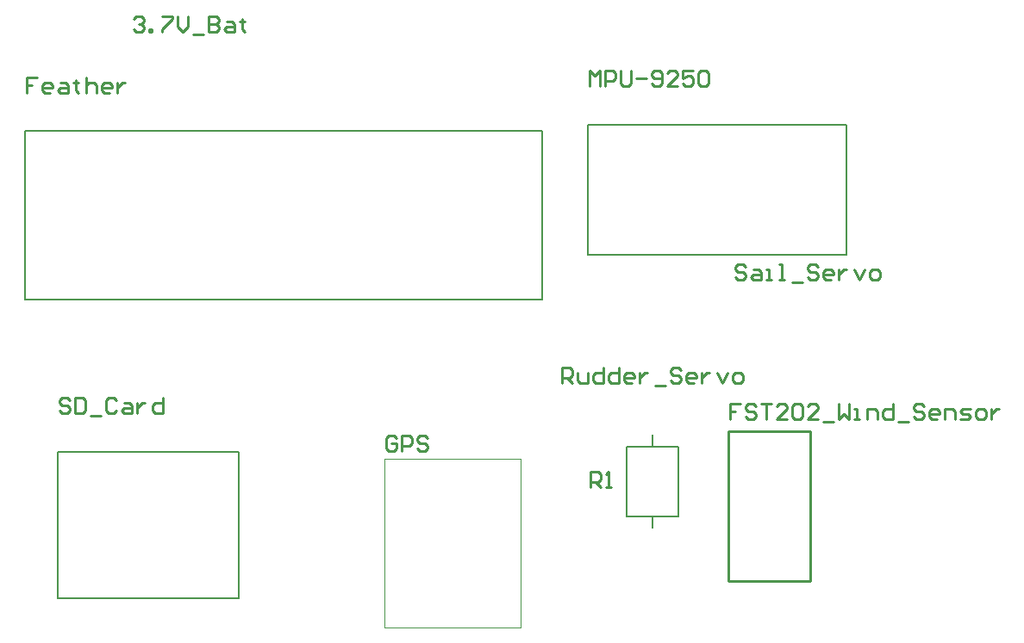
<source format=gto>
G04*
G04 #@! TF.GenerationSoftware,Altium Limited,Altium Designer,21.6.4 (81)*
G04*
G04 Layer_Color=65535*
%FSLAX43Y43*%
%MOMM*%
G71*
G04*
G04 #@! TF.SameCoordinates,1146F813-5535-4065-A757-17352E4361FB*
G04*
G04*
G04 #@! TF.FilePolarity,Positive*
G04*
G01*
G75*
%ADD10C,0.200*%
%ADD11C,0.254*%
%ADD12C,0.100*%
D10*
X95250Y77570D02*
X97750D01*
Y70720D02*
Y77570D01*
X92750Y70720D02*
X97750D01*
X92750D02*
Y77570D01*
X95250D01*
Y69545D02*
Y70720D01*
Y77570D02*
Y78745D01*
X33655Y108655D02*
X84455D01*
X33655Y92005D02*
X84455D01*
X84455Y108655D02*
X84455Y92005D01*
X33655Y108655D02*
X33655Y92005D01*
X36830Y62660D02*
X54610D01*
Y77060D01*
X36830D02*
X36830Y62660D01*
X36830Y77060D02*
X54610D01*
X88900Y109225D02*
X114300D01*
X88900Y96393D02*
Y109225D01*
Y96393D02*
X114300D01*
Y109225D01*
D11*
X102743Y64336D02*
Y79068D01*
X110744D01*
Y64336D02*
Y79068D01*
X102743Y64336D02*
X110744D01*
X89154Y73533D02*
Y75057D01*
X89916D01*
X90170Y74803D01*
Y74295D01*
X89916Y74041D01*
X89154D01*
X89662D02*
X90170Y73533D01*
X90678D02*
X91186D01*
X90932D01*
Y75057D01*
X90678Y74803D01*
X103886Y81737D02*
X102870D01*
Y80975D01*
X103378D01*
X102870D01*
Y80213D01*
X105409Y81483D02*
X105155Y81737D01*
X104647D01*
X104394Y81483D01*
Y81229D01*
X104647Y80975D01*
X105155D01*
X105409Y80721D01*
Y80467D01*
X105155Y80213D01*
X104647D01*
X104394Y80467D01*
X105917Y81737D02*
X106933D01*
X106425D01*
Y80213D01*
X108456D02*
X107441D01*
X108456Y81229D01*
Y81483D01*
X108202Y81737D01*
X107694D01*
X107441Y81483D01*
X108964D02*
X109218Y81737D01*
X109726D01*
X109980Y81483D01*
Y80467D01*
X109726Y80213D01*
X109218D01*
X108964Y80467D01*
Y81483D01*
X111503Y80213D02*
X110488D01*
X111503Y81229D01*
Y81483D01*
X111249Y81737D01*
X110741D01*
X110488Y81483D01*
X112011Y79959D02*
X113027D01*
X113535Y81737D02*
Y80213D01*
X114042Y80721D01*
X114550Y80213D01*
Y81737D01*
X115058Y80213D02*
X115566D01*
X115312D01*
Y81229D01*
X115058D01*
X116328Y80213D02*
Y81229D01*
X117089D01*
X117343Y80975D01*
Y80213D01*
X118867Y81737D02*
Y80213D01*
X118105D01*
X117851Y80467D01*
Y80975D01*
X118105Y81229D01*
X118867D01*
X119375Y79959D02*
X120390D01*
X121914Y81483D02*
X121660Y81737D01*
X121152D01*
X120898Y81483D01*
Y81229D01*
X121152Y80975D01*
X121660D01*
X121914Y80721D01*
Y80467D01*
X121660Y80213D01*
X121152D01*
X120898Y80467D01*
X123183Y80213D02*
X122676D01*
X122422Y80467D01*
Y80975D01*
X122676Y81229D01*
X123183D01*
X123437Y80975D01*
Y80721D01*
X122422D01*
X123945Y80213D02*
Y81229D01*
X124707D01*
X124961Y80975D01*
Y80213D01*
X125469D02*
X126230D01*
X126484Y80467D01*
X126230Y80721D01*
X125723D01*
X125469Y80975D01*
X125723Y81229D01*
X126484D01*
X127246Y80213D02*
X127754D01*
X128008Y80467D01*
Y80975D01*
X127754Y81229D01*
X127246D01*
X126992Y80975D01*
Y80467D01*
X127246Y80213D01*
X128516Y81229D02*
Y80213D01*
Y80721D01*
X128770Y80975D01*
X129024Y81229D01*
X129277D01*
X34823Y113868D02*
X33807D01*
Y113106D01*
X34315D01*
X33807D01*
Y112344D01*
X36093D02*
X35585D01*
X35331Y112598D01*
Y113106D01*
X35585Y113360D01*
X36093D01*
X36347Y113106D01*
Y112852D01*
X35331D01*
X37108Y113360D02*
X37616D01*
X37870Y113106D01*
Y112344D01*
X37108D01*
X36854Y112598D01*
X37108Y112852D01*
X37870D01*
X38632Y113614D02*
Y113360D01*
X38378D01*
X38886D01*
X38632D01*
Y112598D01*
X38886Y112344D01*
X39648Y113868D02*
Y112344D01*
Y113106D01*
X39901Y113360D01*
X40409D01*
X40663Y113106D01*
Y112344D01*
X41933D02*
X41425D01*
X41171Y112598D01*
Y113106D01*
X41425Y113360D01*
X41933D01*
X42187Y113106D01*
Y112852D01*
X41171D01*
X42695Y113360D02*
Y112344D01*
Y112852D01*
X42948Y113106D01*
X43202Y113360D01*
X43456D01*
X37998Y82118D02*
X37744Y82372D01*
X37236D01*
X36982Y82118D01*
Y81864D01*
X37236Y81610D01*
X37744D01*
X37998Y81356D01*
Y81102D01*
X37744Y80848D01*
X37236D01*
X36982Y81102D01*
X38506Y82372D02*
Y80848D01*
X39268D01*
X39522Y81102D01*
Y82118D01*
X39268Y82372D01*
X38506D01*
X40029Y80594D02*
X41045D01*
X42569Y82118D02*
X42315Y82372D01*
X41807D01*
X41553Y82118D01*
Y81102D01*
X41807Y80848D01*
X42315D01*
X42569Y81102D01*
X43330Y81864D02*
X43838D01*
X44092Y81610D01*
Y80848D01*
X43330D01*
X43076Y81102D01*
X43330Y81356D01*
X44092D01*
X44600Y81864D02*
Y80848D01*
Y81356D01*
X44854Y81610D01*
X45108Y81864D01*
X45362D01*
X47139Y82372D02*
Y80848D01*
X46377D01*
X46123Y81102D01*
Y81610D01*
X46377Y81864D01*
X47139D01*
X104396Y95250D02*
X104142Y95504D01*
X103634D01*
X103380Y95250D01*
Y94996D01*
X103634Y94742D01*
X104142D01*
X104396Y94488D01*
Y94234D01*
X104142Y93980D01*
X103634D01*
X103380Y94234D01*
X105158Y94996D02*
X105666D01*
X105919Y94742D01*
Y93980D01*
X105158D01*
X104904Y94234D01*
X105158Y94488D01*
X105919D01*
X106427Y93980D02*
X106935D01*
X106681D01*
Y94996D01*
X106427D01*
X107697Y93980D02*
X108205D01*
X107951D01*
Y95504D01*
X107697D01*
X108966Y93726D02*
X109982D01*
X111506Y95250D02*
X111252Y95504D01*
X110744D01*
X110490Y95250D01*
Y94996D01*
X110744Y94742D01*
X111252D01*
X111506Y94488D01*
Y94234D01*
X111252Y93980D01*
X110744D01*
X110490Y94234D01*
X112775Y93980D02*
X112267D01*
X112014Y94234D01*
Y94742D01*
X112267Y94996D01*
X112775D01*
X113029Y94742D01*
Y94488D01*
X112014D01*
X113537Y94996D02*
Y93980D01*
Y94488D01*
X113791Y94742D01*
X114045Y94996D01*
X114299D01*
X115061D02*
X115568Y93980D01*
X116076Y94996D01*
X116838Y93980D02*
X117346D01*
X117600Y94234D01*
Y94742D01*
X117346Y94996D01*
X116838D01*
X116584Y94742D01*
Y94234D01*
X116838Y93980D01*
X86363Y83820D02*
Y85344D01*
X87125D01*
X87379Y85090D01*
Y84582D01*
X87125Y84328D01*
X86363D01*
X86871D02*
X87379Y83820D01*
X87886Y84836D02*
Y84074D01*
X88140Y83820D01*
X88902D01*
Y84836D01*
X90426Y85344D02*
Y83820D01*
X89664D01*
X89410Y84074D01*
Y84582D01*
X89664Y84836D01*
X90426D01*
X91949Y85344D02*
Y83820D01*
X91187D01*
X90933Y84074D01*
Y84582D01*
X91187Y84836D01*
X91949D01*
X93219Y83820D02*
X92711D01*
X92457Y84074D01*
Y84582D01*
X92711Y84836D01*
X93219D01*
X93473Y84582D01*
Y84328D01*
X92457D01*
X93980Y84836D02*
Y83820D01*
Y84328D01*
X94234Y84582D01*
X94488Y84836D01*
X94742D01*
X95504Y83566D02*
X96520D01*
X98043Y85090D02*
X97789Y85344D01*
X97281D01*
X97027Y85090D01*
Y84836D01*
X97281Y84582D01*
X97789D01*
X98043Y84328D01*
Y84074D01*
X97789Y83820D01*
X97281D01*
X97027Y84074D01*
X99313Y83820D02*
X98805D01*
X98551Y84074D01*
Y84582D01*
X98805Y84836D01*
X99313D01*
X99567Y84582D01*
Y84328D01*
X98551D01*
X100074Y84836D02*
Y83820D01*
Y84328D01*
X100328Y84582D01*
X100582Y84836D01*
X100836D01*
X101598D02*
X102106Y83820D01*
X102614Y84836D01*
X103375Y83820D02*
X103883D01*
X104137Y84074D01*
Y84582D01*
X103883Y84836D01*
X103375D01*
X103121Y84582D01*
Y84074D01*
X103375Y83820D01*
X89052Y112979D02*
Y114503D01*
X89560Y113995D01*
X90068Y114503D01*
Y112979D01*
X90576D02*
Y114503D01*
X91338D01*
X91592Y114249D01*
Y113741D01*
X91338Y113487D01*
X90576D01*
X92099Y114503D02*
Y113233D01*
X92353Y112979D01*
X92861D01*
X93115Y113233D01*
Y114503D01*
X93623Y113741D02*
X94639D01*
X95146Y113233D02*
X95400Y112979D01*
X95908D01*
X96162Y113233D01*
Y114249D01*
X95908Y114503D01*
X95400D01*
X95146Y114249D01*
Y113995D01*
X95400Y113741D01*
X96162D01*
X97686Y112979D02*
X96670D01*
X97686Y113995D01*
Y114249D01*
X97432Y114503D01*
X96924D01*
X96670Y114249D01*
X99209Y114503D02*
X98193D01*
Y113741D01*
X98701Y113995D01*
X98955D01*
X99209Y113741D01*
Y113233D01*
X98955Y112979D01*
X98447D01*
X98193Y113233D01*
X99717Y114249D02*
X99971Y114503D01*
X100479D01*
X100733Y114249D01*
Y113233D01*
X100479Y112979D01*
X99971D01*
X99717Y113233D01*
Y114249D01*
X70104Y78409D02*
X69850Y78663D01*
X69342D01*
X69088Y78409D01*
Y77394D01*
X69342Y77140D01*
X69850D01*
X70104Y77394D01*
Y77902D01*
X69596D01*
X70612Y77140D02*
Y78663D01*
X71373D01*
X71627Y78409D01*
Y77902D01*
X71373Y77648D01*
X70612D01*
X73151Y78409D02*
X72897Y78663D01*
X72389D01*
X72135Y78409D01*
Y78155D01*
X72389Y77902D01*
X72897D01*
X73151Y77648D01*
Y77394D01*
X72897Y77140D01*
X72389D01*
X72135Y77394D01*
X44247Y119583D02*
X44501Y119837D01*
X45009D01*
X45262Y119583D01*
Y119329D01*
X45009Y119075D01*
X44755D01*
X45009D01*
X45262Y118821D01*
Y118567D01*
X45009Y118313D01*
X44501D01*
X44247Y118567D01*
X45770Y118313D02*
Y118567D01*
X46024D01*
Y118313D01*
X45770D01*
X47040Y119837D02*
X48056D01*
Y119583D01*
X47040Y118567D01*
Y118313D01*
X48563Y119837D02*
Y118821D01*
X49071Y118313D01*
X49579Y118821D01*
Y119837D01*
X50087Y118059D02*
X51103D01*
X51610Y119837D02*
Y118313D01*
X52372D01*
X52626Y118567D01*
Y118821D01*
X52372Y119075D01*
X51610D01*
X52372D01*
X52626Y119329D01*
Y119583D01*
X52372Y119837D01*
X51610D01*
X53388Y119329D02*
X53896D01*
X54150Y119075D01*
Y118313D01*
X53388D01*
X53134Y118567D01*
X53388Y118821D01*
X54150D01*
X54911Y119583D02*
Y119329D01*
X54657D01*
X55165D01*
X54911D01*
Y118567D01*
X55165Y118313D01*
D12*
X82285Y59795D02*
Y76327D01*
X68885Y59795D02*
X82285D01*
X68885Y76327D02*
X82285D01*
X68885Y59795D02*
Y76327D01*
M02*

</source>
